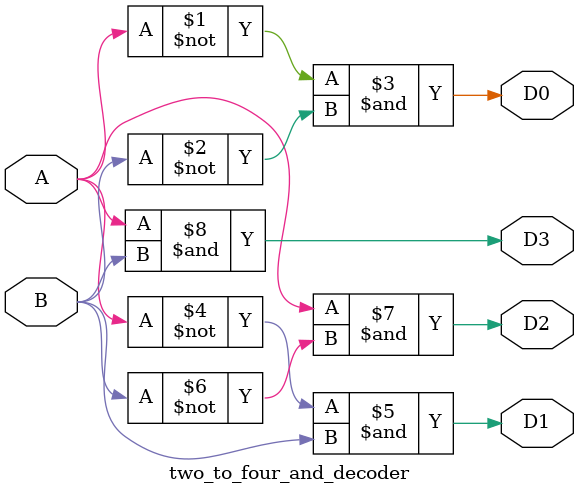
<source format=v>
`timescale 1ns / 1ps
module two_to_four_and_decoder(A, B, D0, D1, D2, D3);
    input A, B;
    output D0, D1, D2, D3;
    assign D0 = (~A) & (~B);
    assign D1 = (~A) & B;
    assign D2 = A & (~B);
    assign D3 = A & B;
endmodule
</source>
